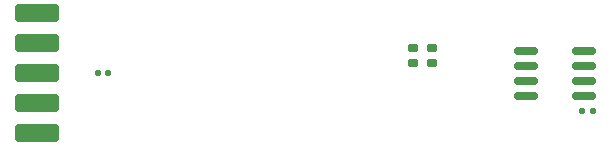
<source format=gbr>
G04 #@! TF.GenerationSoftware,KiCad,Pcbnew,7.0.7*
G04 #@! TF.CreationDate,2024-03-21T15:18:08+09:00*
G04 #@! TF.ProjectId,rs-probe,72732d70-726f-4626-952e-6b696361645f,rev?*
G04 #@! TF.SameCoordinates,Original*
G04 #@! TF.FileFunction,Paste,Bot*
G04 #@! TF.FilePolarity,Positive*
%FSLAX46Y46*%
G04 Gerber Fmt 4.6, Leading zero omitted, Abs format (unit mm)*
G04 Created by KiCad (PCBNEW 7.0.7) date 2024-03-21 15:18:08*
%MOMM*%
%LPD*%
G01*
G04 APERTURE LIST*
G04 Aperture macros list*
%AMRoundRect*
0 Rectangle with rounded corners*
0 $1 Rounding radius*
0 $2 $3 $4 $5 $6 $7 $8 $9 X,Y pos of 4 corners*
0 Add a 4 corners polygon primitive as box body*
4,1,4,$2,$3,$4,$5,$6,$7,$8,$9,$2,$3,0*
0 Add four circle primitives for the rounded corners*
1,1,$1+$1,$2,$3*
1,1,$1+$1,$4,$5*
1,1,$1+$1,$6,$7*
1,1,$1+$1,$8,$9*
0 Add four rect primitives between the rounded corners*
20,1,$1+$1,$2,$3,$4,$5,0*
20,1,$1+$1,$4,$5,$6,$7,0*
20,1,$1+$1,$6,$7,$8,$9,0*
20,1,$1+$1,$8,$9,$2,$3,0*%
G04 Aperture macros list end*
%ADD10RoundRect,0.400000X-1.500000X-0.400000X1.500000X-0.400000X1.500000X0.400000X-1.500000X0.400000X0*%
%ADD11RoundRect,0.137500X0.137500X0.137500X-0.137500X0.137500X-0.137500X-0.137500X0.137500X-0.137500X0*%
%ADD12RoundRect,0.175000X0.250000X-0.175000X0.250000X0.175000X-0.250000X0.175000X-0.250000X-0.175000X0*%
%ADD13RoundRect,0.137500X-0.137500X-0.137500X0.137500X-0.137500X0.137500X0.137500X-0.137500X0.137500X0*%
%ADD14RoundRect,0.150000X-0.825000X-0.150000X0.825000X-0.150000X0.825000X0.150000X-0.825000X0.150000X0*%
G04 APERTURE END LIST*
D10*
X132100000Y-87920000D03*
X132100000Y-90460000D03*
X132100000Y-93000000D03*
X132100000Y-95540000D03*
X132100000Y-98080000D03*
D11*
X179150000Y-96250000D03*
X178250000Y-96250000D03*
D12*
X163925000Y-92175000D03*
X163925000Y-90875000D03*
D13*
X137250000Y-93000000D03*
X138150000Y-93000000D03*
D12*
X165575000Y-92175000D03*
X165575000Y-90875000D03*
D14*
X173475000Y-94905000D03*
X173475000Y-93635000D03*
X173475000Y-92365000D03*
X173475000Y-91095000D03*
X178425000Y-91095000D03*
X178425000Y-92365000D03*
X178425000Y-93635000D03*
X178425000Y-94905000D03*
M02*

</source>
